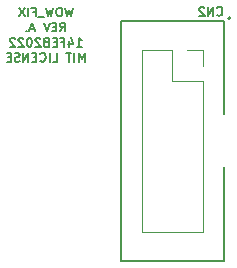
<source format=gbr>
%TF.GenerationSoftware,KiCad,Pcbnew,5.1.9-73d0e3b20d~88~ubuntu20.04.1*%
%TF.CreationDate,2021-04-02T21:19:43-07:00*%
%TF.ProjectId,wow_fix,776f775f-6669-4782-9e6b-696361645f70,A*%
%TF.SameCoordinates,Original*%
%TF.FileFunction,Legend,Bot*%
%TF.FilePolarity,Positive*%
%FSLAX46Y46*%
G04 Gerber Fmt 4.6, Leading zero omitted, Abs format (unit mm)*
G04 Created by KiCad (PCBNEW 5.1.9-73d0e3b20d~88~ubuntu20.04.1) date 2021-04-02 21:19:43*
%MOMM*%
%LPD*%
G01*
G04 APERTURE LIST*
%ADD10C,0.150000*%
%ADD11C,0.120000*%
G04 APERTURE END LIST*
D10*
X102285714Y-89066785D02*
X102107142Y-89816785D01*
X101964285Y-89281071D01*
X101821428Y-89816785D01*
X101642857Y-89066785D01*
X101214285Y-89066785D02*
X101071428Y-89066785D01*
X101000000Y-89102500D01*
X100928571Y-89173928D01*
X100892857Y-89316785D01*
X100892857Y-89566785D01*
X100928571Y-89709642D01*
X101000000Y-89781071D01*
X101071428Y-89816785D01*
X101214285Y-89816785D01*
X101285714Y-89781071D01*
X101357142Y-89709642D01*
X101392857Y-89566785D01*
X101392857Y-89316785D01*
X101357142Y-89173928D01*
X101285714Y-89102500D01*
X101214285Y-89066785D01*
X100642857Y-89066785D02*
X100464285Y-89816785D01*
X100321428Y-89281071D01*
X100178571Y-89816785D01*
X100000000Y-89066785D01*
X99892857Y-89888214D02*
X99321428Y-89888214D01*
X98892857Y-89423928D02*
X99142857Y-89423928D01*
X99142857Y-89816785D02*
X99142857Y-89066785D01*
X98785714Y-89066785D01*
X98500000Y-89816785D02*
X98500000Y-89066785D01*
X98214285Y-89066785D02*
X97714285Y-89816785D01*
X97714285Y-89066785D02*
X98214285Y-89816785D01*
X101214285Y-91091785D02*
X101464285Y-90734642D01*
X101642857Y-91091785D02*
X101642857Y-90341785D01*
X101357142Y-90341785D01*
X101285714Y-90377500D01*
X101250000Y-90413214D01*
X101214285Y-90484642D01*
X101214285Y-90591785D01*
X101250000Y-90663214D01*
X101285714Y-90698928D01*
X101357142Y-90734642D01*
X101642857Y-90734642D01*
X100892857Y-90698928D02*
X100642857Y-90698928D01*
X100535714Y-91091785D02*
X100892857Y-91091785D01*
X100892857Y-90341785D01*
X100535714Y-90341785D01*
X100321428Y-90341785D02*
X100071428Y-91091785D01*
X99821428Y-90341785D01*
X99035714Y-90877500D02*
X98678571Y-90877500D01*
X99107142Y-91091785D02*
X98857142Y-90341785D01*
X98607142Y-91091785D01*
X98357142Y-91020357D02*
X98321428Y-91056071D01*
X98357142Y-91091785D01*
X98392857Y-91056071D01*
X98357142Y-91020357D01*
X98357142Y-91091785D01*
X102607142Y-92366785D02*
X103035714Y-92366785D01*
X102821428Y-92366785D02*
X102821428Y-91616785D01*
X102892857Y-91723928D01*
X102964285Y-91795357D01*
X103035714Y-91831071D01*
X101964285Y-91866785D02*
X101964285Y-92366785D01*
X102142857Y-91581071D02*
X102321428Y-92116785D01*
X101857142Y-92116785D01*
X101321428Y-91973928D02*
X101571428Y-91973928D01*
X101571428Y-92366785D02*
X101571428Y-91616785D01*
X101214285Y-91616785D01*
X100928571Y-91973928D02*
X100678571Y-91973928D01*
X100571428Y-92366785D02*
X100928571Y-92366785D01*
X100928571Y-91616785D01*
X100571428Y-91616785D01*
X100000000Y-91973928D02*
X99892857Y-92009642D01*
X99857142Y-92045357D01*
X99821428Y-92116785D01*
X99821428Y-92223928D01*
X99857142Y-92295357D01*
X99892857Y-92331071D01*
X99964285Y-92366785D01*
X100250000Y-92366785D01*
X100250000Y-91616785D01*
X100000000Y-91616785D01*
X99928571Y-91652500D01*
X99892857Y-91688214D01*
X99857142Y-91759642D01*
X99857142Y-91831071D01*
X99892857Y-91902500D01*
X99928571Y-91938214D01*
X100000000Y-91973928D01*
X100250000Y-91973928D01*
X99535714Y-91688214D02*
X99500000Y-91652500D01*
X99428571Y-91616785D01*
X99250000Y-91616785D01*
X99178571Y-91652500D01*
X99142857Y-91688214D01*
X99107142Y-91759642D01*
X99107142Y-91831071D01*
X99142857Y-91938214D01*
X99571428Y-92366785D01*
X99107142Y-92366785D01*
X98642857Y-91616785D02*
X98571428Y-91616785D01*
X98500000Y-91652500D01*
X98464285Y-91688214D01*
X98428571Y-91759642D01*
X98392857Y-91902500D01*
X98392857Y-92081071D01*
X98428571Y-92223928D01*
X98464285Y-92295357D01*
X98500000Y-92331071D01*
X98571428Y-92366785D01*
X98642857Y-92366785D01*
X98714285Y-92331071D01*
X98750000Y-92295357D01*
X98785714Y-92223928D01*
X98821428Y-92081071D01*
X98821428Y-91902500D01*
X98785714Y-91759642D01*
X98750000Y-91688214D01*
X98714285Y-91652500D01*
X98642857Y-91616785D01*
X98107142Y-91688214D02*
X98071428Y-91652500D01*
X98000000Y-91616785D01*
X97821428Y-91616785D01*
X97750000Y-91652500D01*
X97714285Y-91688214D01*
X97678571Y-91759642D01*
X97678571Y-91831071D01*
X97714285Y-91938214D01*
X98142857Y-92366785D01*
X97678571Y-92366785D01*
X97392857Y-91688214D02*
X97357142Y-91652500D01*
X97285714Y-91616785D01*
X97107142Y-91616785D01*
X97035714Y-91652500D01*
X97000000Y-91688214D01*
X96964285Y-91759642D01*
X96964285Y-91831071D01*
X97000000Y-91938214D01*
X97428571Y-92366785D01*
X96964285Y-92366785D01*
X103285714Y-93641785D02*
X103285714Y-92891785D01*
X103035714Y-93427500D01*
X102785714Y-92891785D01*
X102785714Y-93641785D01*
X102428571Y-93641785D02*
X102428571Y-92891785D01*
X102178571Y-92891785D02*
X101750000Y-92891785D01*
X101964285Y-93641785D02*
X101964285Y-92891785D01*
X100571428Y-93641785D02*
X100928571Y-93641785D01*
X100928571Y-92891785D01*
X100321428Y-93641785D02*
X100321428Y-92891785D01*
X99535714Y-93570357D02*
X99571428Y-93606071D01*
X99678571Y-93641785D01*
X99750000Y-93641785D01*
X99857142Y-93606071D01*
X99928571Y-93534642D01*
X99964285Y-93463214D01*
X100000000Y-93320357D01*
X100000000Y-93213214D01*
X99964285Y-93070357D01*
X99928571Y-92998928D01*
X99857142Y-92927500D01*
X99750000Y-92891785D01*
X99678571Y-92891785D01*
X99571428Y-92927500D01*
X99535714Y-92963214D01*
X99214285Y-93248928D02*
X98964285Y-93248928D01*
X98857142Y-93641785D02*
X99214285Y-93641785D01*
X99214285Y-92891785D01*
X98857142Y-92891785D01*
X98535714Y-93641785D02*
X98535714Y-92891785D01*
X98107142Y-93641785D01*
X98107142Y-92891785D01*
X97785714Y-93606071D02*
X97678571Y-93641785D01*
X97500000Y-93641785D01*
X97428571Y-93606071D01*
X97392857Y-93570357D01*
X97357142Y-93498928D01*
X97357142Y-93427500D01*
X97392857Y-93356071D01*
X97428571Y-93320357D01*
X97500000Y-93284642D01*
X97642857Y-93248928D01*
X97714285Y-93213214D01*
X97750000Y-93177500D01*
X97785714Y-93106071D01*
X97785714Y-93034642D01*
X97750000Y-92963214D01*
X97714285Y-92927500D01*
X97642857Y-92891785D01*
X97464285Y-92891785D01*
X97357142Y-92927500D01*
X97035714Y-93248928D02*
X96785714Y-93248928D01*
X96678571Y-93641785D02*
X97035714Y-93641785D01*
X97035714Y-92891785D01*
X96678571Y-92891785D01*
D11*
%TO.C,CN2*%
X113330000Y-108030000D02*
X108130000Y-108030000D01*
X113330000Y-95270000D02*
X113330000Y-108030000D01*
X108130000Y-92670000D02*
X108130000Y-108030000D01*
X113330000Y-95270000D02*
X110730000Y-95270000D01*
X110730000Y-95270000D02*
X110730000Y-92670000D01*
X110730000Y-92670000D02*
X108130000Y-92670000D01*
X113330000Y-94000000D02*
X113330000Y-92670000D01*
X113330000Y-92670000D02*
X112000000Y-92670000D01*
D10*
X115130000Y-90220000D02*
X115130000Y-98100000D01*
X115130000Y-90220000D02*
X106330000Y-90220000D01*
X106330000Y-90220000D02*
X106330000Y-110500000D01*
X115130000Y-110500000D02*
X106330000Y-110500000D01*
X115130000Y-102600000D02*
X115130000Y-110500000D01*
X115631980Y-89980000D02*
G75*
G03*
X115631980Y-89980000I-101980J0D01*
G01*
X114487857Y-89697857D02*
X114523571Y-89733571D01*
X114630714Y-89769285D01*
X114702142Y-89769285D01*
X114809285Y-89733571D01*
X114880714Y-89662142D01*
X114916428Y-89590714D01*
X114952142Y-89447857D01*
X114952142Y-89340714D01*
X114916428Y-89197857D01*
X114880714Y-89126428D01*
X114809285Y-89055000D01*
X114702142Y-89019285D01*
X114630714Y-89019285D01*
X114523571Y-89055000D01*
X114487857Y-89090714D01*
X114166428Y-89769285D02*
X114166428Y-89019285D01*
X113737857Y-89769285D01*
X113737857Y-89019285D01*
X113416428Y-89090714D02*
X113380714Y-89055000D01*
X113309285Y-89019285D01*
X113130714Y-89019285D01*
X113059285Y-89055000D01*
X113023571Y-89090714D01*
X112987857Y-89162142D01*
X112987857Y-89233571D01*
X113023571Y-89340714D01*
X113452142Y-89769285D01*
X112987857Y-89769285D01*
%TD*%
M02*

</source>
